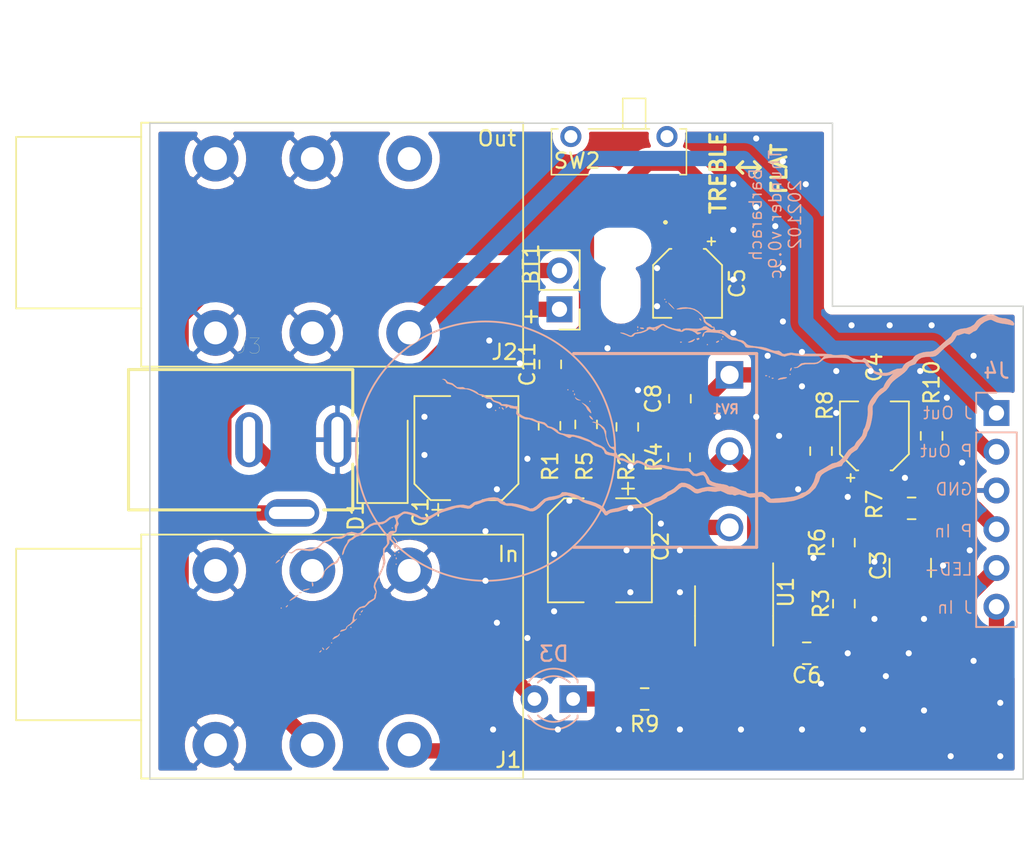
<source format=kicad_pcb>
(kicad_pcb (version 20240108) (generator "pcbnew") (generator_version "8.0")
  (title_block (rev "1"))
  (layers (0 "F.Cu" signal "Front") (31 "B.Cu" signal "Back") (34 "B.Paste" user) (35 "F.Paste" user) (36 "B.SilkS" user "B.Silkscreen") (37 "F.SilkS" user "F.Silkscreen") (38 "B.Mask" user) (39 "F.Mask" user) (44 "Edge.Cuts" user))
  (net 0 "")
  (net 1 "/Bat_GND")
  (net 2 "Net-(BT1-Pad1)")
  (net 3 "GND")
  (net 4 "+9V")
  (net 5 "Net-(C3-Pad2)")
  (net 6 "Net-(C5-Pad1)")
  (net 7 "Net-(C3-Pad1)")
  (net 8 "Net-(U1-Pad6)")
  (net 9 "/VREF")
  (net 10 "Net-(D3-Pad1)")
  (net 11 "/Jack_IN")
  (net 12 "/Jack_OUT")
  (net 13 "/PCB_IN")
  (net 14 "/PCB_OUT")
  (net 15 "Net-(C11-Pad2)")
  (net 16 "Net-(C11-Pad1)")
  (net 17 "/Led-")
  (net 18 "Net-(C4-Pad1)")
  (net 19 "Net-(C8-Pad2)")
  (net 20 "Net-(C8-Pad1)")
  (net 21 "Net-(R4-Pad1)")
  (footprint "Diode_SMD:D_SMA" (layer "F.Cu") (at 105 134.5 90)
    (property "Reference" "D1" (at -4.25 -1.75 90) (layer "F.SilkS"))
    (property "Value" "S1K")
    (pad "1" smd rect (at -2 0 90) (size 2.5 1.8) (layers "F.Cu" "F.Paste" "F.Mask") (net 4 "+9V"))
    (pad "2" smd rect (at 2 0 90) (size 2.5 1.8) (layers "F.Cu" "F.Paste" "F.Mask") (net 3 "GND"))
  )
  (footprint "MyLibraries:Jack_6.35mm_Neutrik_NRJ6HM-1_Horizontal" (layer "F.Cu") (at 106.75 126.75 180)
    (property "Reference" "J2" (at -6.25 -1.25 0) (layer "F.SilkS"))
    (property "Value" "Out" (at -5.75 12.75 0) (layer "F.SilkS"))
    (pad "R" thru_hole circle (at 6.35 0 180) (size 3 3) (drill 1.5) (layers "*.Cu" "*.Mask") (net 3 "GND"))
    (pad "RN" thru_hole circle (at 6.35 11.43 180) (size 3 3) (drill 1.5) (layers "*.Cu" "*.Mask") (net 3 "GND"))
    (pad "S" thru_hole circle (at 12.7 0 180) (size 3 3) (drill 1.5) (layers "*.Cu" "*.Mask") (net 3 "GND"))
    (pad "SN" thru_hole circle (at 12.7 11.43 180) (size 3 3) (drill 1.5) (layers "*.Cu" "*.Mask") (net 3 "GND"))
    (pad "T" thru_hole circle (at 0 0 180) (size 3 3) (drill 1.5) (layers "*.Cu" "*.Mask") (net 12 "/Jack_OUT"))
    (pad "TN" thru_hole circle (at 0 11.43 180) (size 3 3) (drill 1.5) (layers "*.Cu" "*.Mask"))
  )
  (footprint "Capacitor_SMD:CP_Elec_4x5.4" (layer "F.Cu") (at 125 123.5 -90)
    (property "Reference" "C5" (at 0 -3.25 90) (layer "F.SilkS"))
    (property "Value" "4.7u")
    (pad "1" smd roundrect (at -1.8 0 270) (size 2.6 1.6) (layers "F.Cu" "F.Paste" "F.Mask") (roundrect_rratio 0.15625) (net 6 "Net-(C5-Pad1)"))
    (pad "2" smd roundrect (at 1.8 0 270) (size 2.6 1.6) (layers "F.Cu" "F.Paste" "F.Mask") (roundrect_rratio 0.15625) (net 15 "Net-(C11-Pad2)"))
  )
  (footprint "Capacitor_SMD:C_0805_2012Metric" (layer "F.Cu") (at 124.5 131.0625 -90)
    (property "Reference" "C8" (at 0 1.75 90) (layer "F.SilkS"))
    (property "Value" "150p")
    (pad "1" smd roundrect (at -0.9375 0 270) (size 0.975 1.4) (layers "F.Cu" "F.Paste" "F.Mask") (net 20 "Net-(C8-Pad1)"))
    (pad "2" smd roundrect (at 0.9375 0 270) (size 0.975 1.4) (layers "F.Cu" "F.Paste" "F.Mask") (net 19 "Net-(C8-Pad2)"))
  )
  (footprint "Resistor_SMD:R_0805_2012Metric" (layer "F.Cu") (at 124.45 134.9 90)
    (property "Reference" "R4" (at 0 -1.65 90) (layer "F.SilkS"))
    (property "Value" "680")
    (pad "1" smd roundrect (at -0.9375 0 90) (size 0.975 1.4) (layers "F.Cu" "F.Paste" "F.Mask") (net 21 "Net-(R4-Pad1)"))
    (pad "2" smd roundrect (at 0.9375 0 90) (size 0.975 1.4) (layers "F.Cu" "F.Paste" "F.Mask") (net 20 "Net-(C8-Pad1)"))
  )
  (footprint "MyLibraries:Conn_9V_Battery_Rotated" (layer "F.Cu") (at 116.622 120.142)
    (property "Reference" "BT1" (at -1.872 2.108 90) (layer "F.SilkS"))
    (property "Value" "Battery_Cell")
    (fp_text user "+" (at -1.872 5.461 180) (layer "F.SilkS"))
    (pad "" np_thru_hole oval (at 4 1.016 180) (size 3 1.6) (drill oval 3 1.6) (layers "*.Cu" "*.Mask"))
    (pad "" np_thru_hole oval (at 4 4 90) (size 3 1.6) (drill oval 3 1.6) (layers "*.Cu" "*.Mask"))
    (pad "1" thru_hole rect (at -0.022 5.058 180) (size 1.7 1.7) (drill 1) (layers "*.Cu" "*.Mask") (net 2 "Net-(BT1-Pad1)"))
    (pad "2" thru_hole oval (at -0.022 2.518 180) (size 1.7 1.7) (drill 1) (layers "*.Cu" "*.Mask") (net 1 "/Bat_GND"))
  )
  (footprint "Capacitor_SMD:C_0805_2012Metric" (layer "F.Cu") (at 116 128.8125 -90)
    (property "Reference" "C11" (at 0 1.5 90) (layer "F.SilkS"))
    (property "Value" "0.33u")
    (pad "1" smd roundrect (at -0.9375 0 270) (size 0.975 1.4) (layers "F.Cu" "F.Paste" "F.Mask") (net 16 "Net-(C11-Pad1)"))
    (pad "2" smd roundrect (at 0.9375 0 270) (size 0.975 1.4) (layers "F.Cu" "F.Paste" "F.Mask") (net 15 "Net-(C11-Pad2)"))
  )
  (footprint "Capacitor_SMD:CP_Elec_6.3x7.7" (layer "F.Cu") (at 110.5 134.3 90)
    (property "Reference" "C1" (at -4.2 -3 90) (layer "F.SilkS"))
    (property "Value" "100u")
    (pad "1" smd roundrect (at -2.7 0 90) (size 3.5 1.6) (layers "F.Cu" "F.Paste" "F.Mask") (roundrect_rratio 0.15625) (net 4 "+9V"))
    (pad "2" smd roundrect (at 2.7 0 90) (size 3.5 1.6) (layers "F.Cu" "F.Paste" "F.Mask") (roundrect_rratio 0.15625) (net 3 "GND"))
  )
  (footprint "Resistor_SMD:R_0805_2012Metric" (layer "F.Cu") (at 122.1875 150.75 180)
    (property "Reference" "R9" (at 0 -1.65 0) (layer "F.SilkS"))
    (property "Value" "8K2")
    (pad "1" smd roundrect (at -0.9375 0 180) (size 0.975 1.4) (layers "F.Cu" "F.Paste" "F.Mask") (net 17 "/Led-"))
    (pad "2" smd roundrect (at 0.9375 0 180) (size 0.975 1.4) (layers "F.Cu" "F.Paste" "F.Mask") (net 10 "Net-(D3-Pad1)"))
  )
  (footprint "MyLibraries:CSS1210TB" (layer "F.Cu") (at 120.5 114.5 180)
    (property "Reference" "SW2" (at 2.75 -0.963 0) (layer "F.SilkS"))
    (property "Value" "Treble Boost" (hide yes))
    (pad "1" smd rect (at -3 -3.125 180) (size 1 2.5) (layers "F.Cu" "F.Paste" "F.Mask") (net 6 "Net-(C5-Pad1)"))
    (pad "2" smd rect (at -1 -3.125 180) (size 1 2.5) (layers "F.Cu" "F.Paste" "F.Mask") (net 20 "Net-(C8-Pad1)"))
    (pad "3" smd rect (at 1 -3.125 180) (size 1 2.5) (layers "F.Cu" "F.Paste" "F.Mask") (net 16 "Net-(C11-Pad1)"))
    (pad "MH1" thru_hole circle (at -3.15 0.625 180) (size 1.381 1.381) (drill 0.85) (layers "*.Cu" "*.Mask"))
    (pad "MH2" thru_hole circle (at 3.15 0.625 180) (size 1.381 1.381) (drill 0.85) (layers "*.Cu" "*.Mask"))
  )
  (footprint "Resistor_SMD:R_0805_2012Metric" (layer "F.Cu") (at 141 133.5 90)
    (property "Reference" "R10" (at 3.5 0 90) (layer "F.SilkS"))
    (property "Value" "10K")
    (pad "1" smd roundrect (at -0.9375 0 90) (size 0.975 1.4) (layers "F.Cu" "F.Paste" "F.Mask") (net 3 "GND"))
    (pad "2" smd roundrect (at 0.9375 0 90) (size 0.975 1.4) (layers "F.Cu" "F.Paste" "F.Mask") (net 14 "/PCB_OUT"))
  )
  (footprint "Resistor_SMD:R_0805_2012Metric" (layer "F.Cu") (at 135.25 144.5 90)
    (property "Reference" "R3" (at 0 -1.5 90) (layer "F.SilkS"))
    (property "Value" "2M2")
    (pad "1" smd roundrect (at -0.9375 0 90) (size 0.975 1.4) (layers "F.Cu" "F.Paste" "F.Mask") (net 9 "/VREF"))
    (pad "2" smd roundrect (at 0.9375 0 90) (size 0.975 1.4) (layers "F.Cu" "F.Paste" "F.Mask") (net 5 "Net-(C3-Pad2)"))
  )
  (footprint "Resistor_SMD:R_0805_2012Metric" (layer "F.Cu") (at 118.35 132.75 90)
    (property "Reference" "R5" (at -2.75 -0.1 90) (layer "F.SilkS"))
    (property "Value" "680")
    (pad "1" smd roundrect (at -0.9375 0 90) (size 0.975 1.4) (layers "F.Cu" "F.Paste" "F.Mask") (net 9 "/VREF"))
    (pad "2" smd roundrect (at 0.9375 0 90) (size 0.975 1.4) (layers "F.Cu" "F.Paste" "F.Mask") (net 15 "Net-(C11-Pad2)"))
  )
  (footprint "Resistor_SMD:R_0805_2012Metric" (layer "F.Cu") (at 135.25 140.5 90)
    (property "Reference" "R6" (at 0 -1.75 90) (layer "F.SilkS"))
    (property "Value" "2M2")
    (pad "1" smd roundrect (at -0.9375 0 90) (size 0.975 1.4) (layers "F.Cu" "F.Paste" "F.Mask") (net 3 "GND"))
    (pad "2" smd roundrect (at 0.9375 0 90) (size 0.975 1.4) (layers "F.Cu" "F.Paste" "F.Mask") (net 7 "Net-(C3-Pad1)"))
  )
  (footprint "Resistor_SMD:R_0805_2012Metric" (layer "F.Cu") (at 139.6875 138.25)
    (property "Reference" "R7" (at -2.4375 -0.25 -90) (layer "F.SilkS"))
    (property "Value" "100")
    (pad "1" smd roundrect (at -0.9375 0) (size 0.975 1.4) (layers "F.Cu" "F.Paste" "F.Mask") (net 7 "Net-(C3-Pad1)"))
    (pad "2" smd roundrect (at 0.9375 0) (size 0.975 1.4) (layers "F.Cu" "F.Paste" "F.Mask") (net 13 "/PCB_IN"))
  )
  (footprint "Resistor_SMD:R_0805_2012Metric" (layer "F.Cu") (at 115.95 132.8375 -90)
    (property "Reference" "R1" (at 2.6625 -0.05 90) (layer "F.SilkS"))
    (property "Value" "10K")
    (pad "1" smd roundrect (at -0.9375 0 270) (size 0.975 1.4) (layers "F.Cu" "F.Paste" "F.Mask") (net 4 "+9V"))
    (pad "2" smd roundrect (at 0.9375 0 270) (size 0.975 1.4) (layers "F.Cu" "F.Paste" "F.Mask") (net 9 "/VREF"))
  )
  (footprint "Resistor_SMD:R_0805_2012Metric" (layer "F.Cu") (at 121.05 132.9125 90)
    (property "Reference" "R2" (at -2.5875 -0.05 90) (layer "F.SilkS"))
    (property "Value" "10K")
    (pad "1" smd roundrect (at -0.9375 0 90) (size 0.975 1.4) (layers "F.Cu" "F.Paste" "F.Mask") (net 9 "/VREF"))
    (pad "2" smd roundrect (at 0.9375 0 90) (size 0.975 1.4) (layers "F.Cu" "F.Paste" "F.Mask") (net 3 "GND"))
  )
  (footprint "Resistor_SMD:R_0805_2012Metric" (layer "F.Cu") (at 133.75 134.5 90)
    (property "Reference" "R8" (at 3 0.25 90) (layer "F.SilkS"))
    (property "Value" "100")
    (pad "1" smd roundrect (at -0.9375 0 90) (size 0.975 1.4) (layers "F.Cu" "F.Paste" "F.Mask") (net 18 "Net-(C4-Pad1)"))
    (pad "2" smd roundrect (at 0.9375 0 90) (size 0.975 1.4) (layers "F.Cu" "F.Paste" "F.Mask") (net 19 "Net-(C8-Pad2)"))
  )
  (footprint "Capacitor_SMD:C_1210_3225Metric" (layer "F.Cu") (at 139.6 142.15 -90)
    (property "Reference" "C3" (at -0.15 2.1 90) (layer "F.SilkS"))
    (property "Value" "0.1u")
    (pad "1" smd roundrect (at -1.4 0 270) (size 1.25 2.65) (layers "F.Cu" "F.Paste" "F.Mask") (roundrect_rratio 0.2) (net 7 "Net-(C3-Pad1)"))
    (pad "2" smd roundrect (at 1.4 0 270) (size 1.25 2.65) (layers "F.Cu" "F.Paste" "F.Mask") (roundrect_rratio 0.2) (net 5 "Net-(C3-Pad2)"))
  )
  (footprint "Capacitor_SMD:CP_Elec_6.3x5.4" (layer "F.Cu") (at 119.25 141 -90)
    (property "Reference" "C2" (at -0.25 -4 90) (layer "F.SilkS"))
    (property "Value" "47u")
    (pad "1" smd roundrect (at -2.8 0 270) (size 3.5 1.6) (layers "F.Cu" "F.Paste" "F.Mask") (roundrect_rratio 0.15625) (net 9 "/VREF"))
    (pad "2" smd roundrect (at 2.8 0 270) (size 3.5 1.6) (layers "F.Cu" "F.Paste" "F.Mask") (roundrect_rratio 0.15625) (net 3 "GND"))
  )
  (footprint "Capacitor_SMD:C_0805_2012Metric" (layer "F.Cu") (at 132.8125 147.75)
    (property "Reference" "C6" (at 0 1.45 0) (layer "F.SilkS"))
    (property "Value" "100n")
    (pad "1" smd roundrect (at -0.9375 0) (size 0.975 1.4) (layers "F.Cu" "F.Paste" "F.Mask") (net 4 "+9V"))
    (pad "2" smd roundrect (at 0.9375 0) (size 0.975 1.4) (layers "F.Cu" "F.Paste" "F.Mask") (net 3 "GND"))
  )
  (footprint "MyLibraries:TL072CDT-SO-8" (layer "F.Cu") (at 128.05 145.3 -90)
    (property "Reference" "U1" (at -1.55 -3.4 90) (layer "F.SilkS"))
    (property "Value" "TL072")
    (pad "1" smd roundrect (at -2.575 -1.905 270) (size 1.75 0.6) (layers "F.Cu" "F.Paste" "F.Mask") (net 19 "Net-(C8-Pad2)"))
    (pad "2" smd roundrect (at -2.575 -0.635 270) (size 1.75 0.6) (layers "F.Cu" "F.Paste" "F.Mask") (net 21 "Net-(R4-Pad1)"))
    (pad "3" smd roundrect (at -2.575 0.635 270) (size 1.75 0.6) (layers "F.Cu" "F.Paste" "F.Mask") (net 5 "Net-(C3-Pad2)"))
    (pad "4" smd roundrect (at -2.575 1.905 270) (size 1.75 0.6) (layers "F.Cu" "F.Paste" "F.Mask") (net 3 "GND"))
    (pad "5" smd roundrect (at 2.575 1.905 270) (size 1.75 0.6) (layers "F.Cu" "F.Paste" "F.Mask") (net 9 "/VREF"))
    (pad "6" smd roundrect (at 2.575 0.635 270) (size 1.75 0.6) (layers "F.Cu" "F.Paste" "F.Mask") (net 8 "Net-(U1-Pad6)"))
    (pad "7" smd roundrect (at 2.575 -0.635 270) (size 1.75 0.6) (layers "F.Cu" "F.Paste" "F.Mask") (net 8 "Net-(U1-Pad6)"))
    (pad "8" smd roundrect (at 2.575 -1.905 270) (size 1.75 0.6) (layers "F.Cu" "F.Paste" "F.Mask") (net 4 "+9V"))
  )
  (footprint "MyLibraries:Jack_6.35mm_Neutrik_NRJ6HM-1_Horizontal" (layer "F.Cu") (at 106.75 153.75 180)
    (property "Reference" "J1" (at -6.5 -1 0) (layer "F.SilkS"))
    (property "Value" "In" (at -6.5 12.5 0) (layer "F.SilkS"))
    (pad "R" thru_hole circle (at 6.35 0 180) (size 3 3) (drill 1.5) (layers "*.Cu" "*.Mask") (net 1 "/Bat_GND"))
    (pad "RN" thru_hole circle (at 6.35 11.43 180) (size 3 3) (drill 1.5) (layers "*.Cu" "*.Mask"))
    (pad "S" thru_hole circle (at 12.7 0 180) (size 3 3) (drill 1.5) (layers "*.Cu" "*.Mask") (net 3 "GND"))
    (pad "SN" thru_hole circle (at 12.7 11.43 180) (size 3 3) (drill 1.5) (layers "*.Cu" "*.Mask") (net 3 "GND"))
    (pad "T" thru_hole circle (at 0 0 180) (size 3 3) (drill 1.5) (layers "*.Cu" "*.Mask") (net 11 "/Jack_IN"))
    (pad "TN" thru_hole circle (at 0 11.43 180) (size 3 3) (drill 1.5) (layers "*.Cu" "*.Mask") (net 3 "GND"))
  )
  (footprint "Capacitor_SMD:CP_Elec_4x5.4" (layer "F.Cu") (at 137.25 133.5 90)
    (property "Reference" "C4" (at 4.5 0 90) (layer "F.SilkS"))
    (property "Value" "4.7u")
    (pad "1" smd roundrect (at -1.8 0 90) (size 2.6 1.6) (layers "F.Cu" "F.Paste" "F.Mask") (roundrect_rratio 0.15625) (net 18 "Net-(C4-Pad1)"))
    (pad "2" smd roundrect (at 1.8 0 90) (size 2.6 1.6) (layers "F.Cu" "F.Paste" "F.Mask") (roundrect_rratio 0.15625) (net 14 "/PCB_OUT"))
  )
  (footprint "MyLibraries:DC_Barrel_Jack_Wurth_694106301002" (layer "F.Cu") (at 96.25 133.75)
    (property "Reference" "J3" (at 0 -6.135 0) (layer "F.SilkS") (effects (font (thickness 0.015))))
    (property "Value" "Pwr")
    (pad "1" thru_hole oval (at 5.8 0) (size 1.8 3.6) (drill oval 0.8 3) (layers "*.Cu" "*.Mask") (net 3 "GND"))
    (pad "2" thru_hole oval (at 0 0) (size 1.8 3.6) (drill oval 0.8 3) (layers "*.Cu" "*.Mask") (net 4 "+9V"))
    (pad "3" thru_hole oval (at 2.8 4.8) (size 3.6 1.8) (drill oval 3 0.8) (layers "*.Cu" "*.Mask") (net 2 "Net-(BT1-Pad1)"))
  )
  (footprint "MyLibraries:Taiwan_Alpha_RV16AF-41" (layer "B.Cu") (at 127.75 129.5 180)
    (property "Reference" "RV1" (at 0.25 -2.25 0) (layer "B.SilkS") (effects (font (size 0.6096 0.6096) (thickness 0.127)) (justify mirror)))
    (property "Value" "10K Lin" (hide yes))
    (pad "1" thru_hole rect (at 0 0 180) (size 1.8 1.8) (drill 1.2) (layers "*.Cu" "*.Mask") (net 19 "Net-(C8-Pad2)"))
    (pad "2" thru_hole circle (at 0 -5 180) (size 1.8 1.8) (drill 1.2) (layers "*.Cu" "*.Mask") (net 21 "Net-(R4-Pad1)"))
    (pad "3" thru_hole circle (at 0 -10 180) (size 1.8 1.8) (drill 1.2) (layers "*.Cu" "*.Mask") (net 20 "Net-(C8-Pad1)"))
  )
  (footprint "LED_THT:LED_D3.0mm" (layer "B.Cu") (at 117.5 150.75 180)
    (property "Reference" "D3" (at 1.27 2.96 0) (layer "B.SilkS") (effects (justify mirror)))
    (property "Value" "LED")
    (pad "1" thru_hole rect (at 0 0 180) (size 1.8 1.8) (drill 0.9) (layers "*.Cu" "*.Mask") (net 10 "Net-(D3-Pad1)"))
    (pad "2" thru_hole circle (at 2.54 0 180) (size 1.8 1.8) (drill 0.9) (layers "*.Cu" "*.Mask") (net 4 "+9V"))
  )
  (footprint "MyLibraries:ThunderImage" (layer "B.Cu") (at 120.5 134.5 180)
    (property "Reference" "G1" (hide yes))
    (property "Value" "ThunderLogo" (hide yes))
  )
  (footprint "MyLibraries:RibbonCableTerminal_1x06_P2.54mm_ForFootSwitch" (layer "B.Cu") (at 145.25 132 180)
    (property "Reference" "J4" (at 0 2.77 0) (layer "B.SilkS") (effects (justify mirror)))
    (property "Value" "Stomp")
    (pad "1" thru_hole rect (at 0 0 180) (size 1.7 1.7) (drill 1) (layers "*.Cu" "*.Mask") (net 12 "/Jack_OUT"))
    (pad "2" thru_hole oval (at 0 -2.54 180) (size 1.7 1.7) (drill 1) (layers "*.Cu" "*.Mask") (net 14 "/PCB_OUT"))
    (pad "3" thru_hole oval (at 0 -5.08 180) (size 1.7 1.7) (drill 1) (layers "*.Cu" "*.Mask") (net 3 "GND"))
    (pad "4" thru_hole oval (at 0 -7.62 180) (size 1.7 1.7) (drill 1) (layers "*.Cu" "*.Mask") (net 13 "/PCB_IN"))
    (pad "5" thru_hole oval (at 0 -10.16 180) (size 1.7 1.7) (drill 1) (layers "*.Cu" "*.Mask") (net 17 "/Led-"))
    (pad "6" thru_hole oval (at 0 -12.7 180) (size 1.7 1.7) (drill 1) (layers "*.Cu" "*.Mask") (net 11 "/Jack_IN"))
  )
  (gr_line (start 89.75 113) (end 89.75 156) (stroke (width 0.1)) (layer "Edge.Cuts"))
  (gr_line (start 89.75 156) (end 147 156) (stroke (width 0.1)) (layer "Edge.Cuts"))
  (gr_line (start 134.5 113) (end 134.5 125) (stroke (width 0.1)) (layer "Edge.Cuts"))
  (gr_line (start 147 125) (end 134.5 125) (stroke (width 0.1)) (layer "Edge.Cuts"))
  (gr_line (start 147 156) (end 147 125) (stroke (width 0.1)) (layer "Edge.Cuts"))
  (gr_line (start 89.75 113) (end 134.5 113) (stroke (width 0.1)) (layer "Edge.Cuts"))
  (gr_text "P Out" (at 143.75 134.5 0) (layer "B.SilkS") (effects (font (size 0.8 0.8) (thickness 0.1)) (justify left mirror)))
  (gr_text "GND" (at 143.75 137 0) (layer "B.SilkS") (effects (font (size 0.8 0.8) (thickness 0.1)) (justify left mirror)))
  (gr_text "P In" (at 143.75 139.75 0) (layer "B.SilkS") (effects (font (size 0.8 0.8) (thickness 0.1)) (justify left mirror)))
  (gr_text "J In" (at 143.75 144.75 0) (layer "B.SilkS") (effects (font (size 0.8 0.8) (thickness 0.1)) (justify left mirror)))
  (gr_text "LED-" (at 143.75 142.25 0) (layer "B.SilkS") (effects (font (size 0.8 0.8) (thickness 0.1)) (justify left mirror)))
  (gr_text "J Out" (at 143.75 132 0) (layer "B.SilkS") (effects (font (size 0.8 0.8) (thickness 0.1)) (justify left mirror)))
  (gr_text "Barbarach\nThunder v0.9c\n202102" (at 130.75 119 90) (layer "B.SilkS") (effects (font (size 0.8 0.8) (thickness 0.1)) (justify mirror)))
  (gr_text "TREBLE" (at 127 116.25 90) (layer "F.SilkS") (effects (font (size 1 1) (thickness 0.2))))
  (gr_text "↔" (at 129 115.75 0) (layer "F.SilkS") (effects (font (size 2 2) (thickness 0.2))))
  (gr_text "FLAT" (at 131 116 90) (layer "F.SilkS") (effects (font (size 1 1) (thickness 0.2))))
  (segment (start 91.799999 125.669999) (end 91.799999 145.149999) (width 1) (layer "F.Cu") (net 1))
  (segment (start 94.809998 122.66) (end 91.799999 125.669999) (width 1) (layer "F.Cu") (net 1))
  (segment (start 91.799999 145.149999) (end 100.4 153.75) (width 1) (layer "F.Cu") (net 1))
  (segment (start 116.6 122.66) (end 94.809998 122.66) (width 1) (layer "F.Cu") (net 1))
  (segment (start 96.25 138.55) (end 99.05 138.55) (width 1) (layer "F.Cu") (net 2))
  (segment (start 94.59999 132.166544) (end 94.59999 136.89999) (width 1) (layer "F.Cu") (net 2))
  (segment (start 94.59999 136.89999) (end 96.25 138.55) (width 1) (layer "F.Cu") (net 2))
  (segment (start 116.6 125.2) (end 111.630002 125.2) (width 1) (layer "F.Cu") (net 2))
  (segment (start 106.330003 130.499999) (end 96.266535 130.499999) (width 1) (layer "F.Cu") (net 2))
  (segment (start 111.630002 125.2) (end 106.330003 130.499999) (width 1) (layer "F.Cu") (net 2))
  (segment (start 96.266535 130.499999) (end 94.59999 132.166544) (width 1) (layer "F.Cu") (net 2))
  (segment (start 121.05 131.2) (end 121.75 130.5) (width 1) (layer "F.Cu") (net 3))
  (segment (start 121.05 131.975) (end 121.05 131.2) (width 1) (layer "F.Cu") (net 3))
  (via (at 143 135.25) (size 0.8) (drill 0.4) (layers "F.Cu" "B.Cu") (net 3))
  (via (at 135.75 126.25) (size 0.8) (drill 0.4) (layers "F.Cu" "B.Cu") (net 3))
  (via (at 131 133.5) (size 0.8) (drill 0.4) (layers "F.Cu" "B.Cu") (net 3))
  (via (at 124.5 143.75) (size 0.8) (drill 0.4) (layers "F.Cu" "B.Cu") (net 3))
  (via (at 131.25 122.5) (size 0.8) (drill 0.4) (layers "F.Cu" "B.Cu") (net 3))
  (via (at 112 131.5) (size 0.8) (drill 0.4) (layers "F.Cu" "B.Cu") (net 3))
  (via (at 135.5 137.5) (size 0.8) (drill 0.4) (layers "F.Cu" "B.Cu") (net 3))
  (via (at 128 120) (size 0.8) (drill 0.4) (layers "F.Cu" "B.Cu") (net 3))
  (via (at 136.5 152.75) (size 0.8) (drill 0.4) (layers "F.Cu" "B.Cu") (net 3))
  (via (at 128 117) (size 0.8) (drill 0.4) (layers "F.Cu" "B.Cu") (net 3))
  (via (at 138 149.25) (size 0.8) (drill 0.4) (layers "F.Cu" "B.Cu") (net 3))
  (via (at 116.25 145) (size 0.8) (drill 0.4) (layers "F.Cu" "B.Cu") (net 3))
  (via (at 117.25 137.75) (size 0.8) (drill 0.4) (layers "F.Cu" "B.Cu") (net 3))
  (via (at 143.75 128.25) (size 0.8) (drill 0.4) (layers "F.Cu" "B.Cu") (net 3))
  (via (at 131.25 126) (size 0.8) (drill 0.4) (layers "F.Cu" "B.Cu") (net 3))
  (via (at 145.5 154.5) (size 0.8) (drill 0.4) (layers "F.Cu" "B.Cu") (net 3))
  (via (at 112.5 137) (size 0.8) (drill 0.4) (layers "F.Cu" "B.Cu") (net 3))
  (via (at 116.25 141.25) (size 0.8) (drill 0.4) (layers "F.Cu" "B.Cu") (net 3))
  (via (at 139.5 147.75) (size 0.8) (drill 0.4) (layers "F.Cu" "B.Cu") (net 3))
  (via (at 112 127.25) (size 0.8) (drill 0.4) (layers "F.Cu" "B.Cu") (net 3))
  (via (at 124.5 152.75) (size 0.8) (drill 0.4) (layers "F.Cu" "B.Cu") (net 3))
  (via (at 142 131) (size 0.8) (drill 0.4) (layers "F.Cu" "B.Cu") (net 3))
  (via (at 128.5 152.75) (size 0.8) (drill 0.4) (layers "F.Cu" "B.Cu") (net 3))
  (via (at 130.25 128.25) (size 0.8) (drill 0.4) (layers "F.Cu" "B.Cu") (net 3))
  (via (at 121.25 138.25) (size 0.8) (drill 0.4) (layers "F.Cu" "B.Cu") (net 3))
  (via (at 116.5 152.75) (size 0.8) (drill 0.4) (layers "F.Cu" "B.Cu") (net 3))
  (via (at 123 125) (size 0.8) (drill 0.4) (layers "F.Cu" "B.Cu") (net 3))
  (via (at 107.75 134.75) (size 0.8) (drill 0.4) (layers "F.Cu" "B.Cu") (net 3))
  (via (at 114 128.75) (size 0.8) (drill 0.4) (layers "F.Cu" "B.Cu") (net 3))
  (via (at 128 123.25) (size 0.8) (drill 0.4) (layers "F.Cu" "B.Cu") (net 3))
  (via (at 133.75 149.75) (size 0.8) (drill 0.4) (layers "F.Cu" "B.Cu") (net 3))
  (via (at 132.5 130.25) (size 0.8) (drill 0.4) (layers "F.Cu" "B.Cu") (net 3))
  (via (at 123.25 139.25) (size 0.8) (drill 0.4) (layers "F.Cu" "B.Cu") (net 3))
  (via (at 114.5 135) (size 0.8) (drill 0.4) (layers "F.Cu" "B.Cu") (net 3))
  (via (at 130.75 119.75) (size 0.8) (drill 0.4) (layers "F.Cu" "B.Cu") (net 3))
  (via (at 123 122.5) (size 0.8) (drill 0.4) (layers "F.Cu" "B.Cu") (net 3))
  (via (at 114.5 146.75) (size 0.8) (drill 0.4) (layers "F.Cu" "B.Cu") (net 3))
  (via (at 143.5 141) (size 0.8) (drill 0.4) (layers "F.Cu" "B.Cu") (net 3))
  (via (at 121 141) (size 0.8) (drill 0.4) (layers "F.Cu" "B.Cu") (net 3))
  (via (at 111.75 139.75) (size 0.8) (drill 0.4) (layers "F.Cu" "B.Cu") (net 3))
  (via (at 145.5 151) (size 0.8) (drill 0.4) (layers "F.Cu" "B.Cu") (net 3))
  (via (at 137.25 145.5) (size 0.8) (drill 0.4) (layers "F.Cu" "B.Cu") (net 3))
  (via (at 121.25 143.75) (size 0.8) (drill 0.4) (layers "F.Cu" "B.Cu") (net 3))
  (via (at 135.5 147.75) (size 0.8) (drill 0.4) (layers "F.Cu" "B.Cu") (net 3))
  (via (at 120.5 152.75) (size 0.8) (drill 0.4) (layers "F.Cu" "B.Cu") (net 3))
  (via (at 133.25 141.5) (size 0.8) (drill 0.4) (layers "F.Cu" "B.Cu") (net 3))
  (via (at 119.75 127.75) (size 0.8) (drill 0.4) (layers "F.Cu" "B.Cu") (net 3))
  (via (at 132.5 152.75) (size 0.8) (drill 0.4) (layers "F.Cu" "B.Cu") (net 3))
  (via (at 137 129.25) (size 0.8) (drill 0.4) (layers "F.Cu" "B.Cu") (net 3))
  (via (at 139.25 136.25) (size 0.8) (drill 0.4) (layers "F.Cu" "B.Cu") (net 3))
  (via (at 129.5 118.5) (size 0.8) (drill 0.4) (layers "F.Cu" "B.Cu") (net 3))
  (via (at 142.25 154.5) (size 0.8) (drill 0.4) (layers "F.Cu" "B.Cu") (net 3))
  (via (at 128 126.75) (size 0.8) (drill 0.4) (layers "F.Cu" "B.Cu") (net 3))
  (via (at 107.75 132.25) (size 0.8) (drill 0.4) (layers "F.Cu" "B.Cu") (net 3))
  (via (at 127 132.25) (size 0.8) (drill 0.4) (layers "F.Cu" "B.Cu") (net 3))
  (via (at 121.25 135.5) (size 0.8) (drill 0.4) (layers "F.Cu" "B.Cu") (net 3))
  (via (at 134.75 129.25) (size 0.8) (drill 0.4) (layers "F.Cu" "B.Cu") (net 3))
  (via (at 129.5 114) (size 0.8) (drill 0.4) (layers "F.Cu" "B.Cu") (net 3))
  (via (at 140.25 129.25) (size 0.8) (drill 0.4) (layers "F.Cu" "B.Cu") (net 3))
  (via (at 132.25 137) (size 0.8) (drill 0.4) (layers "F.Cu" "B.Cu") (net 3))
  (via (at 141.75 142) (size 0.8) (drill 0.4) (layers "F.Cu" "B.Cu") (net 3))
  (via (at 140.5 151.5) (size 0.8) (drill 0.4) (layers "F.Cu" "B.Cu") (net 3))
  (via (at 124.5 141) (size 0.8) (drill 0.4) (layers "F.Cu" "B.Cu") (net 3))
  (via (at 112.25 152.75) (size 0.8) (drill 0.4) (layers "F.Cu" "B.Cu") (net 3))
  (via (at 138.25 126.25) (size 0.8) (drill 0.4) (layers "F.Cu" "B.Cu") (net 3))
  (via (at 134.75 132) (size 0.8) (drill 0.4) (layers "F.Cu" "B.Cu") (net 3))
  (via (at 112.5 145.75) (size 0.8) (drill 0.4) (layers "F.Cu" "B.Cu") (net 3))
  (via (at 111.75 143) (size 0.8) (drill 0.4) (layers "F.Cu" "B.Cu") (net 3))
  (via (at 129.5 132.25) (size 0.8) (drill 0.4) (layers "F.Cu" "B.Cu") (net 3))
  (via (at 131.25 115.5) (size 0.8) (drill 0.4) (layers "F.Cu" "B.Cu") (net 3))
  (via (at 121.75 130.5) (size 0.8) (drill 0.4) (layers "F.Cu" "B.Cu") (net 3))
  (via (at 140.5 145.5) (size 0.8) (drill 0.4) (layers "F.Cu" "B.Cu") (net 3))
  (via (at 132.5 128) (size 0.8) (drill 0.4) (layers "F.Cu" "B.Cu") (net 3))
  (via (at 143.75 148.25) (size 0.8) (drill 0.4) (layers "F.Cu" "B.Cu") (net 3))
  (via (at 132.75 117) (size 0.8) (drill 0.4) (layers "F.Cu" "B.Cu") (net 3))
  (via (at 141 126.25) (size 0.8) (drill 0.4) (layers "F.Cu" "B.Cu") (net 3))
  (via (at 137.25 141.75) (size 0.8) (drill 0.4) (layers "F.Cu" "B.Cu") (net 3))
  (segment (start 117.5 148.21) (end 112.71 148.21) (width 1) (layer "F.Cu") (net 4))
  (segment (start 114.96 150.75) (end 112.71 148.5) (width 1) (layer "F.Cu") (net 4))
  (segment (start 130.090195 149.509805) (end 123.990195 149.509805) (width 1) (layer "F.Cu") (net 4))
  (segment (start 110.25 145.75) (end 110.25 137) (width 1) (layer "F.Cu") (net 4))
  (segment (start 131.8 147.8) (end 130.090195 149.509805) (width 1) (layer "F.Cu") (net 4))
  (segment (start 99 136.5) (end 96.25 133.75) (width 1) (layer "F.Cu") (net 4))
  (segment (start 130.03 147.8) (end 129.955 147.875) (width 1) (layer "F.Cu") (net 4))
  (segment (start 115.35 131.9) (end 115.95 131.9) (width 1) (layer "F.Cu") (net 4))
  (segment (start 122.69039 148.21) (end 117.5 148.21) (width 1) (layer "F.Cu") (net 4))
  (segment (start 123.990195 149.509805) (end 122.69039 148.21) (width 1) (layer "F.Cu") (net 4))
  (segment (start 110.25 137) (end 115.35 131.9) (width 1) (layer "F.Cu") (net 4))
  (segment (start 112.71 148.21) (end 110.25 145.75) (width 1) (layer "F.Cu") (net 4))
  (segment (start 105 136.5) (end 99 136.5) (width 1) (layer "F.Cu") (net 4))
  (segment (start 105 136.5) (end 109.75 136.5) (width 1) (layer "F.Cu") (net 4))
  (segment (start 112.71 148.5) (end 112.71 148.21) (width 1) (layer "F.Cu") (net 4))
  (segment (start 131.8 147.8) (end 130.03 147.8) (width 1) (layer "F.Cu") (net 4))
  (segment (start 109.75 136.5) (end 110.25 137) (width 1) (layer "F.Cu") (net 4))
  (segment (start 128.162202 144.35001) (end 133.76249 144.35001) (width 1) (layer "F.Cu") (net 5))
  (segment (start 133.76249 144.35001) (end 134.55 143.5625) (width 1) (layer "F.Cu") (net 5))
  (segment (start 127.415 142.725) (end 127.415 143.602808) (width 1) (layer "F.Cu") (net 5))
  (segment (start 134.55 143.5625) (end 135.25 143.5625) (width 1) (layer "F.Cu") (net 5))
  (segment (start 135.25 143.5625) (end 139.5875 143.5625) (width 1) (layer "F.Cu") (net 5))
  (segment (start 127.415 143.602808) (end 128.162202 144.35001) (width 1) (layer "F.Cu") (net 5))
  (segment (start 139.5875 143.5625) (end 139.6 143.55) (width 1) (layer "F.Cu") (net 5))
  (segment (start 123.5 117.625) (end 123.5 120.2) (width 1) (layer "F.Cu") (net 6))
  (segment (start 123.5 120.2) (end 125 121.7) (width 1) (layer "F.Cu") (net 6))
  (segment (start 135.25 139.5625) (end 138.4125 139.5625) (width 1) (layer "F.Cu") (net 7))
  (segment (start 138.75 139.9) (end 139.6 140.75) (width 1) (layer "F.Cu") (net 7))
  (segment (start 138.75 138.25) (end 138.75 139.9) (width 1) (layer "F.Cu") (net 7))
  (segment (start 138.4125 139.5625) (end 139.6 140.75) (width 1) (layer "F.Cu") (net 7))
  (segment (start 128.685 147.875) (end 127.415 147.875) (width 1) (layer "F.Cu") (net 8))
  (segment (start 119.9 133.85) (end 121.05 133.85) (width 1) (layer "F.Cu") (net 9))
  (segment (start 119.25 134.5875) (end 119.25 134.5) (width 1) (layer "F.Cu") (net 9))
  (segment (start 118.2625 133.775) (end 118.35 133.6875) (width 1) (layer "F.Cu") (net 9))
  (segment (start 126.145 147.875) (end 124.57001 146.30001) (width 1) (layer "F.Cu") (net 9))
  (segment (start 126.145 146.997192) (end 126.145 147.875) (width 1) (layer "F.Cu") (net 9))
  (segment (start 134.43751 146.24999) (end 126.892202 146.24999) (width 1) (layer "F.Cu") (net 9))
  (segment (start 117.69999 139.75001) (end 119.25 138.2) (width 1) (layer "F.Cu") (net 9))
  (segment (start 119.25 134.5) (end 119.9 133.85) (width 1) (layer "F.Cu") (net 9))
  (segment (start 119.25 138.2) (end 119.25 134.5875) (width 1) (layer "F.Cu") (net 9))
  (segment (start 115.95 133.775) (end 118.2625 133.775) (width 1) (layer "F.Cu") (net 9))
  (segment (start 124.57001 146.30001) (end 118.28578 146.30001) (width 1) (layer "F.Cu") (net 9))
  (segment (start 118.28578 146.30001) (end 117.69999 145.71422) (width 1) (layer "F.Cu") (net 9))
  (segment (start 117.69999 145.71422) (end 117.69999 139.75001) (width 1) (layer "F.Cu") (net 9))
  (segment (start 135.25 145.4375) (end 134.43751 146.24999) (width 1) (layer "F.Cu") (net 9))
  (segment (start 119.25 134.5875) (end 118.35 133.6875) (width 1) (layer "F.Cu") (net 9))
  (segment (start 126.892202 146.24999) (end 126.145 146.997192) (width 1) (layer "F.Cu") (net 9))
  (segment (start 117.5 150.75) (end 121.25 150.75) (width 1) (layer "F.Cu") (net 10))
  (segment (start 107.150001 154.150001) (end 140.099999 154.150001) (width 1) (layer "F.Cu") (net 11))
  (segment (start 106.75 153.75) (end 107.150001 154.150001) (width 1) (layer "F.Cu") (net 11))
  (segment (start 140.099999 154.150001) (end 145.25 149) (width 1) (layer "F.Cu") (net 11))
  (segment (start 145.25 149) (end 145.25 144.7) (width 1) (layer "F.Cu") (net 11))
  (segment (start 128.684499 115.315501) (end 132.75 119.381002) (width 1) (layer "B.Cu") (net 12))
  (segment (start 118.184499 115.315501) (end 128.684499 115.315501) (width 1) (layer "B.Cu") (net 12))
  (segment (start 106.75 126.75) (end 118.184499 115.315501) (width 1) (layer "B.Cu") (net 12))
  (segment (start 134.5 127.75) (end 141 127.75) (width 1) (layer "B.Cu") (net 12))
  (segment (start 141 127.75) (end 145.25 132) (width 1) (layer "B.Cu") (net 12))
  (segment (start 132.75 119.381002) (end 132.75 126) (width 1) (layer "B.Cu") (net 12))
  (segment (start 132.75 126) (end 134.5 127.75) (width 1) (layer "B.Cu") (net 12))
  (segment (start 140.625 138.25) (end 143.88 138.25) (width 1) (layer "F.Cu") (net 13))
  (segment (start 143.88 138.25) (end 145.25 139.62) (width 1) (layer "F.Cu") (net 13))
  (segment (start 140.25 132.5625) (end 138.1125 132.5625) (width 1) (layer "F.Cu") (net 14))
  (segment (start 142.762498 132.5625) (end 144.739998 134.54) (width 1) (layer "F.Cu") (net 14))
  (segment (start 144.739998 134.54) (end 145.25 134.54) (width 1) (layer "F.Cu") (net 14))
  (segment (start 138.1125 132.5625) (end 137.25 131.7) (width 1) (layer "F.Cu") (net 14))
  (segment (start 140.25 132.5625) (end 142.762498 132.5625) (width 1) (layer "F.Cu") (net 14))
  (segment (start 140.1875 132.5) (end 140.25 132.5625) (width 1) (layer "F.Cu") (net 14))
  (segment (start 120.55 129.75) (end 120 129.75) (width 1) (layer "F.Cu") (net 15))
  (segment (start 125 125.3) (end 120.55 129.75) (width 1) (layer "F.Cu") (net 15))
  (segment (start 120 130.1625) (end 118.35 131.8125) (width 1) (layer "F.Cu") (net 15))
  (segment (start 120 129.75) (end 116 129.75) (width 1) (layer "F.Cu") (net 15))
  (segment (start 120 129.75) (end 120 130.1625) (width 1) (layer "F.Cu") (net 15))
  (segment (start 119.5 117.625) (end 118.37199 118.75301) (width 1) (layer "F.Cu") (net 16))
  (segment (start 118.37199 126.478012) (end 116.975002 127.875) (width 1) (layer "F.Cu") (net 16))
  (segment (start 116.975002 127.875) (end 116 127.875) (width 1) (layer "F.Cu") (net 16))
  (segment (start 118.37199 118.75301) (end 118.37199 126.478012) (width 1) (layer "F.Cu") (net 16))
  (segment (start 123.125 150.75) (end 123.625 151.25) (width 1) (layer "F.Cu") (net 17))
  (segment (start 142.75 147.25) (end 142.75 144.66) (width 1) (layer "F.Cu") (net 17))
  (segment (start 123.625 151.25) (end 138.75 151.25) (width 1) (layer "F.Cu") (net 17))
  (segment (start 142.75 144.66) (end 145.25 142.16) (width 1) (layer "F.Cu") (net 17))
  (segment (start 138.75 151.25) (end 142.75 147.25) (width 1) (layer "F.Cu") (net 17))
  (segment (start 136.8625 135.4375) (end 137 135.3) (width 1) (layer "F.Cu") (net 18))
  (segment (start 133.75 135.4375) (end 136.8625 135.4375) (width 1) (layer "F.Cu") (net 18))
  (segment (start 125.25 132) (end 127.75 129.5) (width 1) (layer "F.Cu") (net 19))
  (segment (start 133.75 133.5625) (end 133.05 133.5625) (width 1) (layer "F.Cu") (net 19))
  (segment (start 130.650011 142.029989) (end 129.955 142.725) (width 1) (layer "F.Cu") (net 19))
  (segment (start 133.05 133.5625) (end 130.650011 135.962489) (width 1) (layer "F.Cu") (net 19))
  (segment (start 130.650011 135.962489) (end 130.650011 142.029989) (width 1) (layer "F.Cu") (net 19))
  (segment (start 124.5 132) (end 125.25 132) (width 1) (layer "F.Cu") (net 19))
  (segment (start 129.6875 129.5) (end 133.75 133.5625) (width 1) (layer "F.Cu") (net 19))
  (segment (start 127.75 129.5) (end 129.6875 129.5) (width 1) (layer "F.Cu") (net 19))
  (segment (start 124.5 128.81423) (end 126.55001 126.76422) (width 1) (layer "F.Cu") (net 20))
  (segment (start 126.00711 139.5) (end 127.75 139.5) (width 1) (layer "F.Cu") (net 20))
  (segment (start 122.99999 134.71251) (end 122.99999 136.49288) (width 1) (layer "F.Cu") (net 20))
  (segment (start 121.5 116.524998) (end 121.5 117.625) (width 1) (layer "F.Cu") (net 20))
  (segment (start 122.99999 136.49288) (end 126.00711 139.5) (width 1) (layer "F.Cu") (net 20))
  (segment (start 124.45 133.9625) (end 123.75 133.9625) (width 1) (layer "F.Cu") (net 20))
  (segment (start 126.55001 117.575008) (end 124.600001 115.624999) (width 1) (layer "F.Cu") (net 20))
  (segment (start 123.8 130.125) (end 124.5 130.125) (width 1) (layer "F.Cu") (net 20))
  (segment (start 123.04999 130.87501) (end 123.8 130.125) (width 1) (layer "F.Cu") (net 20))
  (segment (start 123.04999 133.26249) (end 123.04999 130.87501) (width 1) (layer "F.Cu") (net 20))
  (segment (start 123.75 133.9625) (end 122.99999 134.71251) (width 1) (layer "F.Cu") (net 20))
  (segment (start 124.600001 115.624999) (end 122.399999 115.624999) (width 1) (layer "F.Cu") (net 20))
  (segment (start 124.5 130.125) (end 124.5 128.81423) (width 1) (layer "F.Cu") (net 20))
  (segment (start 123.75 133.9625) (end 123.04999 133.26249) (width 1) (layer "F.Cu") (net 20))
  (segment (start 122.399999 115.624999) (end 121.5 116.524998) (width 1) (layer "F.Cu") (net 20))
  (segment (start 126.55001 126.76422) (end 126.55001 117.575008) (width 1) (layer "F.Cu") (net 20))
  (segment (start 128.685 141.847192) (end 128.685 142.725) (width 1) (layer "F.Cu") (net 21))
  (segment (start 126.4125 135.8375) (end 127.75 134.5) (width 1) (layer "F.Cu") (net 21))
  (segment (start 129.400001 136.150001) (end 129.400001 141.132191) (width 1) (layer "F.Cu") (net 21))
  (segment (start 129.400001 141.132191) (end 128.685 141.847192) (width 1) (layer "F.Cu") (net 21))
  (segment (start 127.75 134.5) (end 129.400001 136.150001) (width 1) (layer "F.Cu") (net 21))
  (segment (start 124.45 135.8375) (end 126.4125 135.8375) (width 1) (layer "F.Cu") (net 21))
  (zone (net 3) (net_name "GND") (layer "F.Cu") (connect_pads (clearance 0.508)) (min_thickness 0.254) (fill yes (thermal_gap 0.508) (thermal_bridge_width 0.3))
    (polygon (pts (xy 134.5 125) (xy 147 125) (xy 147 156) (xy 89.75 156) (xy 89.75 113) (xy 134.5 113)))
  )
  (zone (net 3) (net_name "GND") (layer "B.Cu") (connect_pads (clearance 0.508)) (min_thickness 0.254) (fill yes (thermal_gap 0.508) (thermal_bridge_width 0.3))
    (polygon (pts (xy 134.25 125) (xy 147 125) (xy 147 155.96) (xy 89.75 156) (xy 89.75 113) (xy 134.25 112.98)))
  )
)
</source>
